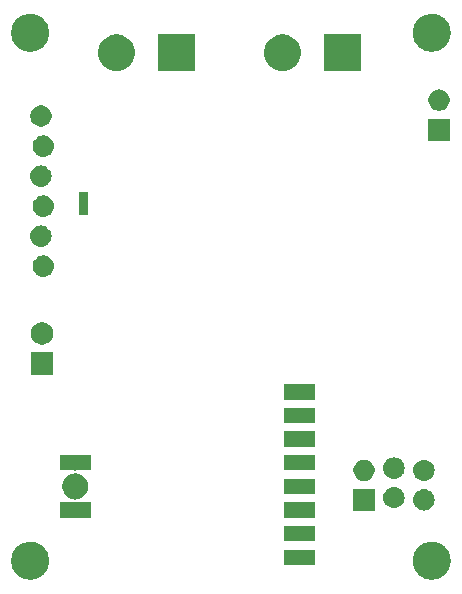
<source format=gbr>
G04 #@! TF.GenerationSoftware,KiCad,Pcbnew,(5.1.4)-1*
G04 #@! TF.CreationDate,2020-02-18T11:24:00+01:00*
G04 #@! TF.ProjectId,HB-UNI-Sen-TEMP-MAX6675,48422d55-4e49-42d5-9365-6e2d54454d50,rev?*
G04 #@! TF.SameCoordinates,Original*
G04 #@! TF.FileFunction,Soldermask,Bot*
G04 #@! TF.FilePolarity,Negative*
%FSLAX46Y46*%
G04 Gerber Fmt 4.6, Leading zero omitted, Abs format (unit mm)*
G04 Created by KiCad (PCBNEW (5.1.4)-1) date 2020-02-18 11:24:00*
%MOMM*%
%LPD*%
G04 APERTURE LIST*
%ADD10C,1.000000*%
%ADD11C,0.100000*%
G04 APERTURE END LIST*
D10*
X179300000Y-72900000D02*
G75*
G03X179300000Y-72900000I-1116356J0D01*
G01*
X145300000Y-72900000D02*
G75*
G03X145300000Y-72900000I-1116356J0D01*
G01*
X179300000Y-117600000D02*
G75*
G03X179300000Y-117600000I-1116356J0D01*
G01*
X145300000Y-117600000D02*
G75*
G03X145300000Y-117600000I-1116356J0D01*
G01*
D11*
G36*
X178414794Y-116520155D02*
G01*
X178521150Y-116541311D01*
X178721520Y-116624307D01*
X178901844Y-116744795D01*
X179055205Y-116898156D01*
X179175693Y-117078480D01*
X179175693Y-117078481D01*
X179258689Y-117278850D01*
X179301000Y-117491561D01*
X179301000Y-117708439D01*
X179258689Y-117921150D01*
X179217191Y-118021334D01*
X179175693Y-118121520D01*
X179055205Y-118301844D01*
X178901844Y-118455205D01*
X178721520Y-118575693D01*
X178621334Y-118617191D01*
X178521150Y-118658689D01*
X178414795Y-118679844D01*
X178308440Y-118701000D01*
X178091560Y-118701000D01*
X177985205Y-118679844D01*
X177878850Y-118658689D01*
X177778666Y-118617191D01*
X177678480Y-118575693D01*
X177498156Y-118455205D01*
X177344795Y-118301844D01*
X177224307Y-118121520D01*
X177182809Y-118021334D01*
X177141311Y-117921150D01*
X177099000Y-117708439D01*
X177099000Y-117491561D01*
X177141311Y-117278850D01*
X177224307Y-117078481D01*
X177224307Y-117078480D01*
X177344795Y-116898156D01*
X177498156Y-116744795D01*
X177678480Y-116624307D01*
X177878850Y-116541311D01*
X177985206Y-116520155D01*
X178091560Y-116499000D01*
X178308440Y-116499000D01*
X178414794Y-116520155D01*
X178414794Y-116520155D01*
G37*
G36*
X144414794Y-116520155D02*
G01*
X144521150Y-116541311D01*
X144721520Y-116624307D01*
X144901844Y-116744795D01*
X145055205Y-116898156D01*
X145175693Y-117078480D01*
X145175693Y-117078481D01*
X145258689Y-117278850D01*
X145301000Y-117491561D01*
X145301000Y-117708439D01*
X145258689Y-117921150D01*
X145217191Y-118021334D01*
X145175693Y-118121520D01*
X145055205Y-118301844D01*
X144901844Y-118455205D01*
X144721520Y-118575693D01*
X144621334Y-118617191D01*
X144521150Y-118658689D01*
X144414795Y-118679844D01*
X144308440Y-118701000D01*
X144091560Y-118701000D01*
X143985205Y-118679844D01*
X143878850Y-118658689D01*
X143778666Y-118617191D01*
X143678480Y-118575693D01*
X143498156Y-118455205D01*
X143344795Y-118301844D01*
X143224307Y-118121520D01*
X143182809Y-118021334D01*
X143141311Y-117921150D01*
X143099000Y-117708439D01*
X143099000Y-117491561D01*
X143141311Y-117278850D01*
X143224307Y-117078481D01*
X143224307Y-117078480D01*
X143344795Y-116898156D01*
X143498156Y-116744795D01*
X143678480Y-116624307D01*
X143878850Y-116541311D01*
X143985206Y-116520155D01*
X144091560Y-116499000D01*
X144308440Y-116499000D01*
X144414794Y-116520155D01*
X144414794Y-116520155D01*
G37*
G36*
X168313000Y-117951000D02*
G01*
X165687000Y-117951000D01*
X165687000Y-116649000D01*
X168313000Y-116649000D01*
X168313000Y-117951000D01*
X168313000Y-117951000D01*
G37*
G36*
X168313000Y-115951000D02*
G01*
X165687000Y-115951000D01*
X165687000Y-114649000D01*
X168313000Y-114649000D01*
X168313000Y-115951000D01*
X168313000Y-115951000D01*
G37*
G36*
X168313000Y-113951000D02*
G01*
X165687000Y-113951000D01*
X165687000Y-112649000D01*
X168313000Y-112649000D01*
X168313000Y-113951000D01*
X168313000Y-113951000D01*
G37*
G36*
X149313000Y-109951000D02*
G01*
X148130795Y-109951000D01*
X148106409Y-109953402D01*
X148082960Y-109960515D01*
X148061349Y-109972066D01*
X148042407Y-109987611D01*
X148026862Y-110006553D01*
X148015311Y-110028164D01*
X148008198Y-110051613D01*
X148005796Y-110075999D01*
X148008198Y-110100385D01*
X148015311Y-110123834D01*
X148026862Y-110145445D01*
X148042407Y-110164387D01*
X148061349Y-110179932D01*
X148082960Y-110191483D01*
X148106409Y-110198596D01*
X148215775Y-110220351D01*
X148321150Y-110241311D01*
X148421334Y-110282809D01*
X148521520Y-110324307D01*
X148701844Y-110444795D01*
X148855205Y-110598156D01*
X148975693Y-110778480D01*
X149058689Y-110978851D01*
X149101000Y-111191560D01*
X149101000Y-111408440D01*
X149058689Y-111621149D01*
X148975693Y-111821520D01*
X148855205Y-112001844D01*
X148701844Y-112155205D01*
X148521520Y-112275693D01*
X148421334Y-112317191D01*
X148321150Y-112358689D01*
X148215775Y-112379649D01*
X148106409Y-112401404D01*
X148082960Y-112408517D01*
X148061349Y-112420068D01*
X148042407Y-112435614D01*
X148026862Y-112454555D01*
X148015311Y-112476166D01*
X148008198Y-112499615D01*
X148005796Y-112524001D01*
X148008198Y-112548387D01*
X148015311Y-112571836D01*
X148026862Y-112593447D01*
X148042408Y-112612389D01*
X148061349Y-112627934D01*
X148082960Y-112639485D01*
X148106409Y-112646598D01*
X148130795Y-112649000D01*
X149313000Y-112649000D01*
X149313000Y-113951000D01*
X146687000Y-113951000D01*
X146687000Y-112649000D01*
X147869205Y-112649000D01*
X147893591Y-112646598D01*
X147917040Y-112639485D01*
X147938651Y-112627934D01*
X147957593Y-112612389D01*
X147973138Y-112593447D01*
X147984689Y-112571836D01*
X147991802Y-112548387D01*
X147994204Y-112524001D01*
X147991802Y-112499615D01*
X147984689Y-112476166D01*
X147973138Y-112454555D01*
X147957593Y-112435613D01*
X147938651Y-112420068D01*
X147917040Y-112408517D01*
X147893591Y-112401404D01*
X147784225Y-112379649D01*
X147678850Y-112358689D01*
X147578666Y-112317191D01*
X147478480Y-112275693D01*
X147298156Y-112155205D01*
X147144795Y-112001844D01*
X147024307Y-111821520D01*
X146941311Y-111621149D01*
X146899000Y-111408440D01*
X146899000Y-111191560D01*
X146941311Y-110978851D01*
X147024307Y-110778480D01*
X147144795Y-110598156D01*
X147298156Y-110444795D01*
X147478480Y-110324307D01*
X147678850Y-110241311D01*
X147784225Y-110220351D01*
X147893591Y-110198596D01*
X147917040Y-110191483D01*
X147938651Y-110179932D01*
X147957593Y-110164386D01*
X147973138Y-110145445D01*
X147984689Y-110123834D01*
X147991802Y-110100385D01*
X147994204Y-110075999D01*
X147991802Y-110051613D01*
X147984689Y-110028164D01*
X147973138Y-110006553D01*
X147957592Y-109987611D01*
X147938651Y-109972066D01*
X147917040Y-109960515D01*
X147893591Y-109953402D01*
X147869205Y-109951000D01*
X146687000Y-109951000D01*
X146687000Y-108649000D01*
X149313000Y-108649000D01*
X149313000Y-109951000D01*
X149313000Y-109951000D01*
G37*
G36*
X177640443Y-111555519D02*
G01*
X177706627Y-111562037D01*
X177876466Y-111613557D01*
X177876468Y-111613558D01*
X177954728Y-111655389D01*
X178032991Y-111697222D01*
X178068729Y-111726552D01*
X178170186Y-111809814D01*
X178247097Y-111903532D01*
X178282778Y-111947009D01*
X178282779Y-111947011D01*
X178350322Y-112073373D01*
X178366443Y-112103534D01*
X178417963Y-112273373D01*
X178435359Y-112450000D01*
X178417963Y-112626627D01*
X178366443Y-112796466D01*
X178282778Y-112952991D01*
X178253448Y-112988729D01*
X178170186Y-113090186D01*
X178068729Y-113173448D01*
X178032991Y-113202778D01*
X177876466Y-113286443D01*
X177706627Y-113337963D01*
X177640443Y-113344481D01*
X177574260Y-113351000D01*
X177485740Y-113351000D01*
X177419557Y-113344481D01*
X177353373Y-113337963D01*
X177183534Y-113286443D01*
X177027009Y-113202778D01*
X176991271Y-113173448D01*
X176889814Y-113090186D01*
X176806552Y-112988729D01*
X176777222Y-112952991D01*
X176693557Y-112796466D01*
X176642037Y-112626627D01*
X176624641Y-112450000D01*
X176642037Y-112273373D01*
X176693557Y-112103534D01*
X176709679Y-112073373D01*
X176777221Y-111947011D01*
X176777222Y-111947009D01*
X176812903Y-111903532D01*
X176889814Y-111809814D01*
X176991271Y-111726552D01*
X177027009Y-111697222D01*
X177105272Y-111655389D01*
X177183532Y-111613558D01*
X177183534Y-111613557D01*
X177353373Y-111562037D01*
X177419557Y-111555519D01*
X177485740Y-111549000D01*
X177574260Y-111549000D01*
X177640443Y-111555519D01*
X177640443Y-111555519D01*
G37*
G36*
X173351000Y-113351000D02*
G01*
X171549000Y-113351000D01*
X171549000Y-111549000D01*
X173351000Y-111549000D01*
X173351000Y-113351000D01*
X173351000Y-113351000D01*
G37*
G36*
X175100442Y-111355518D02*
G01*
X175166627Y-111362037D01*
X175336466Y-111413557D01*
X175492991Y-111497222D01*
X175528729Y-111526552D01*
X175630186Y-111609814D01*
X175701918Y-111697221D01*
X175742778Y-111747009D01*
X175826443Y-111903534D01*
X175877963Y-112073373D01*
X175895359Y-112250000D01*
X175877963Y-112426627D01*
X175826443Y-112596466D01*
X175826442Y-112596468D01*
X175809623Y-112627934D01*
X175742778Y-112752991D01*
X175713448Y-112788729D01*
X175630186Y-112890186D01*
X175528729Y-112973448D01*
X175492991Y-113002778D01*
X175336466Y-113086443D01*
X175166627Y-113137963D01*
X175100442Y-113144482D01*
X175034260Y-113151000D01*
X174945740Y-113151000D01*
X174879558Y-113144482D01*
X174813373Y-113137963D01*
X174643534Y-113086443D01*
X174487009Y-113002778D01*
X174451271Y-112973448D01*
X174349814Y-112890186D01*
X174266552Y-112788729D01*
X174237222Y-112752991D01*
X174170377Y-112627934D01*
X174153558Y-112596468D01*
X174153557Y-112596466D01*
X174102037Y-112426627D01*
X174084641Y-112250000D01*
X174102037Y-112073373D01*
X174153557Y-111903534D01*
X174237222Y-111747009D01*
X174278082Y-111697221D01*
X174349814Y-111609814D01*
X174451271Y-111526552D01*
X174487009Y-111497222D01*
X174643534Y-111413557D01*
X174813373Y-111362037D01*
X174879558Y-111355518D01*
X174945740Y-111349000D01*
X175034260Y-111349000D01*
X175100442Y-111355518D01*
X175100442Y-111355518D01*
G37*
G36*
X168313000Y-111951000D02*
G01*
X165687000Y-111951000D01*
X165687000Y-110649000D01*
X168313000Y-110649000D01*
X168313000Y-111951000D01*
X168313000Y-111951000D01*
G37*
G36*
X177640443Y-109055519D02*
G01*
X177706627Y-109062037D01*
X177876466Y-109113557D01*
X178032991Y-109197222D01*
X178068729Y-109226552D01*
X178170186Y-109309814D01*
X178247097Y-109403532D01*
X178282778Y-109447009D01*
X178282779Y-109447011D01*
X178350322Y-109573373D01*
X178366443Y-109603534D01*
X178417963Y-109773373D01*
X178435359Y-109950000D01*
X178417963Y-110126627D01*
X178366443Y-110296466D01*
X178282778Y-110452991D01*
X178253448Y-110488729D01*
X178170186Y-110590186D01*
X178068729Y-110673448D01*
X178032991Y-110702778D01*
X177876466Y-110786443D01*
X177706627Y-110837963D01*
X177640443Y-110844481D01*
X177574260Y-110851000D01*
X177485740Y-110851000D01*
X177419557Y-110844481D01*
X177353373Y-110837963D01*
X177183534Y-110786443D01*
X177027009Y-110702778D01*
X176991271Y-110673448D01*
X176889814Y-110590186D01*
X176806552Y-110488729D01*
X176777222Y-110452991D01*
X176693557Y-110296466D01*
X176642037Y-110126627D01*
X176624641Y-109950000D01*
X176642037Y-109773373D01*
X176693557Y-109603534D01*
X176709679Y-109573373D01*
X176777221Y-109447011D01*
X176777222Y-109447009D01*
X176812903Y-109403532D01*
X176889814Y-109309814D01*
X176991271Y-109226552D01*
X177027009Y-109197222D01*
X177183534Y-109113557D01*
X177353373Y-109062037D01*
X177419557Y-109055519D01*
X177485740Y-109049000D01*
X177574260Y-109049000D01*
X177640443Y-109055519D01*
X177640443Y-109055519D01*
G37*
G36*
X172563512Y-109053927D02*
G01*
X172712812Y-109083624D01*
X172876784Y-109151544D01*
X173024354Y-109250147D01*
X173149853Y-109375646D01*
X173248456Y-109523216D01*
X173316376Y-109687188D01*
X173351000Y-109861259D01*
X173351000Y-110038741D01*
X173316376Y-110212812D01*
X173248456Y-110376784D01*
X173149853Y-110524354D01*
X173024354Y-110649853D01*
X172876784Y-110748456D01*
X172712812Y-110816376D01*
X172563512Y-110846073D01*
X172538742Y-110851000D01*
X172361258Y-110851000D01*
X172336488Y-110846073D01*
X172187188Y-110816376D01*
X172023216Y-110748456D01*
X171875646Y-110649853D01*
X171750147Y-110524354D01*
X171651544Y-110376784D01*
X171583624Y-110212812D01*
X171549000Y-110038741D01*
X171549000Y-109861259D01*
X171583624Y-109687188D01*
X171651544Y-109523216D01*
X171750147Y-109375646D01*
X171875646Y-109250147D01*
X172023216Y-109151544D01*
X172187188Y-109083624D01*
X172336488Y-109053927D01*
X172361258Y-109049000D01*
X172538742Y-109049000D01*
X172563512Y-109053927D01*
X172563512Y-109053927D01*
G37*
G36*
X175100442Y-108855518D02*
G01*
X175166627Y-108862037D01*
X175336466Y-108913557D01*
X175492991Y-108997222D01*
X175528729Y-109026552D01*
X175630186Y-109109814D01*
X175701918Y-109197221D01*
X175742778Y-109247009D01*
X175826443Y-109403534D01*
X175877963Y-109573373D01*
X175895359Y-109750000D01*
X175877963Y-109926627D01*
X175826443Y-110096466D01*
X175826442Y-110096468D01*
X175800263Y-110145445D01*
X175742778Y-110252991D01*
X175713448Y-110288729D01*
X175630186Y-110390186D01*
X175528729Y-110473448D01*
X175492991Y-110502778D01*
X175336466Y-110586443D01*
X175166627Y-110637963D01*
X175100442Y-110644482D01*
X175034260Y-110651000D01*
X174945740Y-110651000D01*
X174879558Y-110644482D01*
X174813373Y-110637963D01*
X174643534Y-110586443D01*
X174487009Y-110502778D01*
X174451271Y-110473448D01*
X174349814Y-110390186D01*
X174266552Y-110288729D01*
X174237222Y-110252991D01*
X174179737Y-110145445D01*
X174153558Y-110096468D01*
X174153557Y-110096466D01*
X174102037Y-109926627D01*
X174084641Y-109750000D01*
X174102037Y-109573373D01*
X174153557Y-109403534D01*
X174237222Y-109247009D01*
X174278082Y-109197221D01*
X174349814Y-109109814D01*
X174451271Y-109026552D01*
X174487009Y-108997222D01*
X174643534Y-108913557D01*
X174813373Y-108862037D01*
X174879558Y-108855518D01*
X174945740Y-108849000D01*
X175034260Y-108849000D01*
X175100442Y-108855518D01*
X175100442Y-108855518D01*
G37*
G36*
X168313000Y-109951000D02*
G01*
X165687000Y-109951000D01*
X165687000Y-108649000D01*
X168313000Y-108649000D01*
X168313000Y-109951000D01*
X168313000Y-109951000D01*
G37*
G36*
X168313000Y-107951000D02*
G01*
X165687000Y-107951000D01*
X165687000Y-106649000D01*
X168313000Y-106649000D01*
X168313000Y-107951000D01*
X168313000Y-107951000D01*
G37*
G36*
X168313000Y-105951000D02*
G01*
X165687000Y-105951000D01*
X165687000Y-104649000D01*
X168313000Y-104649000D01*
X168313000Y-105951000D01*
X168313000Y-105951000D01*
G37*
G36*
X168313000Y-103951000D02*
G01*
X165687000Y-103951000D01*
X165687000Y-102649000D01*
X168313000Y-102649000D01*
X168313000Y-103951000D01*
X168313000Y-103951000D01*
G37*
G36*
X146151000Y-101841000D02*
G01*
X144249000Y-101841000D01*
X144249000Y-99939000D01*
X146151000Y-99939000D01*
X146151000Y-101841000D01*
X146151000Y-101841000D01*
G37*
G36*
X145477395Y-97435546D02*
G01*
X145650466Y-97507234D01*
X145650467Y-97507235D01*
X145806227Y-97611310D01*
X145938690Y-97743773D01*
X145938691Y-97743775D01*
X146042766Y-97899534D01*
X146114454Y-98072605D01*
X146151000Y-98256333D01*
X146151000Y-98443667D01*
X146114454Y-98627395D01*
X146042766Y-98800466D01*
X146042765Y-98800467D01*
X145938690Y-98956227D01*
X145806227Y-99088690D01*
X145727818Y-99141081D01*
X145650466Y-99192766D01*
X145477395Y-99264454D01*
X145293667Y-99301000D01*
X145106333Y-99301000D01*
X144922605Y-99264454D01*
X144749534Y-99192766D01*
X144672182Y-99141081D01*
X144593773Y-99088690D01*
X144461310Y-98956227D01*
X144357235Y-98800467D01*
X144357234Y-98800466D01*
X144285546Y-98627395D01*
X144249000Y-98443667D01*
X144249000Y-98256333D01*
X144285546Y-98072605D01*
X144357234Y-97899534D01*
X144461309Y-97743775D01*
X144461310Y-97743773D01*
X144593773Y-97611310D01*
X144749533Y-97507235D01*
X144749534Y-97507234D01*
X144922605Y-97435546D01*
X145106333Y-97399000D01*
X145293667Y-97399000D01*
X145477395Y-97435546D01*
X145477395Y-97435546D01*
G37*
G36*
X145410442Y-91755518D02*
G01*
X145476627Y-91762037D01*
X145646466Y-91813557D01*
X145802991Y-91897222D01*
X145838729Y-91926552D01*
X145940186Y-92009814D01*
X146023448Y-92111271D01*
X146052778Y-92147009D01*
X146136443Y-92303534D01*
X146187963Y-92473373D01*
X146205359Y-92650000D01*
X146187963Y-92826627D01*
X146136443Y-92996466D01*
X146052778Y-93152991D01*
X146023448Y-93188729D01*
X145940186Y-93290186D01*
X145838729Y-93373448D01*
X145802991Y-93402778D01*
X145646466Y-93486443D01*
X145476627Y-93537963D01*
X145410442Y-93544482D01*
X145344260Y-93551000D01*
X145255740Y-93551000D01*
X145189558Y-93544482D01*
X145123373Y-93537963D01*
X144953534Y-93486443D01*
X144797009Y-93402778D01*
X144761271Y-93373448D01*
X144659814Y-93290186D01*
X144576552Y-93188729D01*
X144547222Y-93152991D01*
X144463557Y-92996466D01*
X144412037Y-92826627D01*
X144394641Y-92650000D01*
X144412037Y-92473373D01*
X144463557Y-92303534D01*
X144547222Y-92147009D01*
X144576552Y-92111271D01*
X144659814Y-92009814D01*
X144761271Y-91926552D01*
X144797009Y-91897222D01*
X144953534Y-91813557D01*
X145123373Y-91762037D01*
X145189558Y-91755518D01*
X145255740Y-91749000D01*
X145344260Y-91749000D01*
X145410442Y-91755518D01*
X145410442Y-91755518D01*
G37*
G36*
X145210442Y-89215518D02*
G01*
X145276627Y-89222037D01*
X145446466Y-89273557D01*
X145602991Y-89357222D01*
X145638729Y-89386552D01*
X145740186Y-89469814D01*
X145823448Y-89571271D01*
X145852778Y-89607009D01*
X145936443Y-89763534D01*
X145987963Y-89933373D01*
X146005359Y-90110000D01*
X145987963Y-90286627D01*
X145936443Y-90456466D01*
X145852778Y-90612991D01*
X145823448Y-90648729D01*
X145740186Y-90750186D01*
X145638729Y-90833448D01*
X145602991Y-90862778D01*
X145446466Y-90946443D01*
X145276627Y-90997963D01*
X145210442Y-91004482D01*
X145144260Y-91011000D01*
X145055740Y-91011000D01*
X144989558Y-91004482D01*
X144923373Y-90997963D01*
X144753534Y-90946443D01*
X144597009Y-90862778D01*
X144561271Y-90833448D01*
X144459814Y-90750186D01*
X144376552Y-90648729D01*
X144347222Y-90612991D01*
X144263557Y-90456466D01*
X144212037Y-90286627D01*
X144194641Y-90110000D01*
X144212037Y-89933373D01*
X144263557Y-89763534D01*
X144347222Y-89607009D01*
X144376552Y-89571271D01*
X144459814Y-89469814D01*
X144561271Y-89386552D01*
X144597009Y-89357222D01*
X144753534Y-89273557D01*
X144923373Y-89222037D01*
X144989558Y-89215518D01*
X145055740Y-89209000D01*
X145144260Y-89209000D01*
X145210442Y-89215518D01*
X145210442Y-89215518D01*
G37*
G36*
X145410443Y-86675519D02*
G01*
X145476627Y-86682037D01*
X145646466Y-86733557D01*
X145802991Y-86817222D01*
X145838729Y-86846552D01*
X145940186Y-86929814D01*
X146023448Y-87031271D01*
X146052778Y-87067009D01*
X146136443Y-87223534D01*
X146187963Y-87393373D01*
X146205359Y-87570000D01*
X146187963Y-87746627D01*
X146136443Y-87916466D01*
X146052778Y-88072991D01*
X146023448Y-88108729D01*
X145940186Y-88210186D01*
X145838729Y-88293448D01*
X145802991Y-88322778D01*
X145646466Y-88406443D01*
X145476627Y-88457963D01*
X145410443Y-88464481D01*
X145344260Y-88471000D01*
X145255740Y-88471000D01*
X145189557Y-88464481D01*
X145123373Y-88457963D01*
X144953534Y-88406443D01*
X144797009Y-88322778D01*
X144761271Y-88293448D01*
X144659814Y-88210186D01*
X144576552Y-88108729D01*
X144547222Y-88072991D01*
X144463557Y-87916466D01*
X144412037Y-87746627D01*
X144394641Y-87570000D01*
X144412037Y-87393373D01*
X144463557Y-87223534D01*
X144547222Y-87067009D01*
X144576552Y-87031271D01*
X144659814Y-86929814D01*
X144761271Y-86846552D01*
X144797009Y-86817222D01*
X144953534Y-86733557D01*
X145123373Y-86682037D01*
X145189557Y-86675519D01*
X145255740Y-86669000D01*
X145344260Y-86669000D01*
X145410443Y-86675519D01*
X145410443Y-86675519D01*
G37*
G36*
X149051000Y-88331000D02*
G01*
X148349000Y-88331000D01*
X148349000Y-86369000D01*
X149051000Y-86369000D01*
X149051000Y-88331000D01*
X149051000Y-88331000D01*
G37*
G36*
X145210442Y-84135518D02*
G01*
X145276627Y-84142037D01*
X145446466Y-84193557D01*
X145602991Y-84277222D01*
X145638729Y-84306552D01*
X145740186Y-84389814D01*
X145823448Y-84491271D01*
X145852778Y-84527009D01*
X145936443Y-84683534D01*
X145987963Y-84853373D01*
X146005359Y-85030000D01*
X145987963Y-85206627D01*
X145936443Y-85376466D01*
X145852778Y-85532991D01*
X145823448Y-85568729D01*
X145740186Y-85670186D01*
X145638729Y-85753448D01*
X145602991Y-85782778D01*
X145446466Y-85866443D01*
X145276627Y-85917963D01*
X145210443Y-85924481D01*
X145144260Y-85931000D01*
X145055740Y-85931000D01*
X144989557Y-85924481D01*
X144923373Y-85917963D01*
X144753534Y-85866443D01*
X144597009Y-85782778D01*
X144561271Y-85753448D01*
X144459814Y-85670186D01*
X144376552Y-85568729D01*
X144347222Y-85532991D01*
X144263557Y-85376466D01*
X144212037Y-85206627D01*
X144194641Y-85030000D01*
X144212037Y-84853373D01*
X144263557Y-84683534D01*
X144347222Y-84527009D01*
X144376552Y-84491271D01*
X144459814Y-84389814D01*
X144561271Y-84306552D01*
X144597009Y-84277222D01*
X144753534Y-84193557D01*
X144923373Y-84142037D01*
X144989558Y-84135518D01*
X145055740Y-84129000D01*
X145144260Y-84129000D01*
X145210442Y-84135518D01*
X145210442Y-84135518D01*
G37*
G36*
X145410443Y-81595519D02*
G01*
X145476627Y-81602037D01*
X145646466Y-81653557D01*
X145802991Y-81737222D01*
X145838729Y-81766552D01*
X145940186Y-81849814D01*
X146023448Y-81951271D01*
X146052778Y-81987009D01*
X146136443Y-82143534D01*
X146187963Y-82313373D01*
X146205359Y-82490000D01*
X146187963Y-82666627D01*
X146136443Y-82836466D01*
X146052778Y-82992991D01*
X146023448Y-83028729D01*
X145940186Y-83130186D01*
X145838729Y-83213448D01*
X145802991Y-83242778D01*
X145646466Y-83326443D01*
X145476627Y-83377963D01*
X145410442Y-83384482D01*
X145344260Y-83391000D01*
X145255740Y-83391000D01*
X145189558Y-83384482D01*
X145123373Y-83377963D01*
X144953534Y-83326443D01*
X144797009Y-83242778D01*
X144761271Y-83213448D01*
X144659814Y-83130186D01*
X144576552Y-83028729D01*
X144547222Y-82992991D01*
X144463557Y-82836466D01*
X144412037Y-82666627D01*
X144394641Y-82490000D01*
X144412037Y-82313373D01*
X144463557Y-82143534D01*
X144547222Y-81987009D01*
X144576552Y-81951271D01*
X144659814Y-81849814D01*
X144761271Y-81766552D01*
X144797009Y-81737222D01*
X144953534Y-81653557D01*
X145123373Y-81602037D01*
X145189557Y-81595519D01*
X145255740Y-81589000D01*
X145344260Y-81589000D01*
X145410443Y-81595519D01*
X145410443Y-81595519D01*
G37*
G36*
X179701000Y-82041000D02*
G01*
X177899000Y-82041000D01*
X177899000Y-80239000D01*
X179701000Y-80239000D01*
X179701000Y-82041000D01*
X179701000Y-82041000D01*
G37*
G36*
X145213512Y-79053927D02*
G01*
X145362812Y-79083624D01*
X145526784Y-79151544D01*
X145674354Y-79250147D01*
X145799853Y-79375646D01*
X145898456Y-79523216D01*
X145966376Y-79687188D01*
X146001000Y-79861259D01*
X146001000Y-80038741D01*
X145966376Y-80212812D01*
X145898456Y-80376784D01*
X145799853Y-80524354D01*
X145674354Y-80649853D01*
X145526784Y-80748456D01*
X145362812Y-80816376D01*
X145213512Y-80846073D01*
X145188742Y-80851000D01*
X145011258Y-80851000D01*
X144986488Y-80846073D01*
X144837188Y-80816376D01*
X144673216Y-80748456D01*
X144525646Y-80649853D01*
X144400147Y-80524354D01*
X144301544Y-80376784D01*
X144233624Y-80212812D01*
X144199000Y-80038741D01*
X144199000Y-79861259D01*
X144233624Y-79687188D01*
X144301544Y-79523216D01*
X144400147Y-79375646D01*
X144525646Y-79250147D01*
X144673216Y-79151544D01*
X144837188Y-79083624D01*
X144986488Y-79053927D01*
X145011258Y-79049000D01*
X145188742Y-79049000D01*
X145213512Y-79053927D01*
X145213512Y-79053927D01*
G37*
G36*
X178913512Y-77703927D02*
G01*
X179062812Y-77733624D01*
X179226784Y-77801544D01*
X179374354Y-77900147D01*
X179499853Y-78025646D01*
X179598456Y-78173216D01*
X179666376Y-78337188D01*
X179701000Y-78511259D01*
X179701000Y-78688741D01*
X179666376Y-78862812D01*
X179598456Y-79026784D01*
X179499853Y-79174354D01*
X179374354Y-79299853D01*
X179226784Y-79398456D01*
X179062812Y-79466376D01*
X178913512Y-79496073D01*
X178888742Y-79501000D01*
X178711258Y-79501000D01*
X178686488Y-79496073D01*
X178537188Y-79466376D01*
X178373216Y-79398456D01*
X178225646Y-79299853D01*
X178100147Y-79174354D01*
X178001544Y-79026784D01*
X177933624Y-78862812D01*
X177899000Y-78688741D01*
X177899000Y-78511259D01*
X177933624Y-78337188D01*
X178001544Y-78173216D01*
X178100147Y-78025646D01*
X178225646Y-77900147D01*
X178373216Y-77801544D01*
X178537188Y-77733624D01*
X178686488Y-77703927D01*
X178711258Y-77699000D01*
X178888742Y-77699000D01*
X178913512Y-77703927D01*
X178913512Y-77703927D01*
G37*
G36*
X158141000Y-76141000D02*
G01*
X155039000Y-76141000D01*
X155039000Y-73039000D01*
X158141000Y-73039000D01*
X158141000Y-76141000D01*
X158141000Y-76141000D01*
G37*
G36*
X151812585Y-73068802D02*
G01*
X151962410Y-73098604D01*
X152244674Y-73215521D01*
X152498705Y-73385259D01*
X152714741Y-73601295D01*
X152884479Y-73855326D01*
X153001396Y-74137590D01*
X153061000Y-74437240D01*
X153061000Y-74742760D01*
X153001396Y-75042410D01*
X152884479Y-75324674D01*
X152714741Y-75578705D01*
X152498705Y-75794741D01*
X152244674Y-75964479D01*
X151962410Y-76081396D01*
X151812585Y-76111198D01*
X151662761Y-76141000D01*
X151357239Y-76141000D01*
X151207415Y-76111198D01*
X151057590Y-76081396D01*
X150775326Y-75964479D01*
X150521295Y-75794741D01*
X150305259Y-75578705D01*
X150135521Y-75324674D01*
X150018604Y-75042410D01*
X149959000Y-74742760D01*
X149959000Y-74437240D01*
X150018604Y-74137590D01*
X150135521Y-73855326D01*
X150305259Y-73601295D01*
X150521295Y-73385259D01*
X150775326Y-73215521D01*
X151057590Y-73098604D01*
X151207415Y-73068802D01*
X151357239Y-73039000D01*
X151662761Y-73039000D01*
X151812585Y-73068802D01*
X151812585Y-73068802D01*
G37*
G36*
X172201000Y-76141000D02*
G01*
X169099000Y-76141000D01*
X169099000Y-73039000D01*
X172201000Y-73039000D01*
X172201000Y-76141000D01*
X172201000Y-76141000D01*
G37*
G36*
X165872585Y-73068802D02*
G01*
X166022410Y-73098604D01*
X166304674Y-73215521D01*
X166558705Y-73385259D01*
X166774741Y-73601295D01*
X166944479Y-73855326D01*
X167061396Y-74137590D01*
X167121000Y-74437240D01*
X167121000Y-74742760D01*
X167061396Y-75042410D01*
X166944479Y-75324674D01*
X166774741Y-75578705D01*
X166558705Y-75794741D01*
X166304674Y-75964479D01*
X166022410Y-76081396D01*
X165872585Y-76111198D01*
X165722761Y-76141000D01*
X165417239Y-76141000D01*
X165267415Y-76111198D01*
X165117590Y-76081396D01*
X164835326Y-75964479D01*
X164581295Y-75794741D01*
X164365259Y-75578705D01*
X164195521Y-75324674D01*
X164078604Y-75042410D01*
X164019000Y-74742760D01*
X164019000Y-74437240D01*
X164078604Y-74137590D01*
X164195521Y-73855326D01*
X164365259Y-73601295D01*
X164581295Y-73385259D01*
X164835326Y-73215521D01*
X165117590Y-73098604D01*
X165267415Y-73068802D01*
X165417239Y-73039000D01*
X165722761Y-73039000D01*
X165872585Y-73068802D01*
X165872585Y-73068802D01*
G37*
G36*
X144414794Y-71820155D02*
G01*
X144521150Y-71841311D01*
X144721520Y-71924307D01*
X144901844Y-72044795D01*
X145055205Y-72198156D01*
X145175693Y-72378480D01*
X145175693Y-72378481D01*
X145258689Y-72578850D01*
X145301000Y-72791561D01*
X145301000Y-73008439D01*
X145259809Y-73215521D01*
X145258689Y-73221149D01*
X145175693Y-73421520D01*
X145055205Y-73601844D01*
X144901844Y-73755205D01*
X144721520Y-73875693D01*
X144521150Y-73958689D01*
X144414795Y-73979844D01*
X144308440Y-74001000D01*
X144091560Y-74001000D01*
X143985205Y-73979844D01*
X143878850Y-73958689D01*
X143778666Y-73917191D01*
X143678480Y-73875693D01*
X143498156Y-73755205D01*
X143344795Y-73601844D01*
X143224307Y-73421520D01*
X143141311Y-73221149D01*
X143140192Y-73215521D01*
X143099000Y-73008439D01*
X143099000Y-72791561D01*
X143141311Y-72578850D01*
X143224307Y-72378481D01*
X143224307Y-72378480D01*
X143344795Y-72198156D01*
X143498156Y-72044795D01*
X143678480Y-71924307D01*
X143778666Y-71882809D01*
X143878850Y-71841311D01*
X143985206Y-71820155D01*
X144091560Y-71799000D01*
X144308440Y-71799000D01*
X144414794Y-71820155D01*
X144414794Y-71820155D01*
G37*
G36*
X178414794Y-71820155D02*
G01*
X178521150Y-71841311D01*
X178721520Y-71924307D01*
X178901844Y-72044795D01*
X179055205Y-72198156D01*
X179175693Y-72378480D01*
X179175693Y-72378481D01*
X179258689Y-72578850D01*
X179301000Y-72791561D01*
X179301000Y-73008439D01*
X179259809Y-73215521D01*
X179258689Y-73221149D01*
X179175693Y-73421520D01*
X179055205Y-73601844D01*
X178901844Y-73755205D01*
X178721520Y-73875693D01*
X178521150Y-73958689D01*
X178414795Y-73979844D01*
X178308440Y-74001000D01*
X178091560Y-74001000D01*
X177985205Y-73979844D01*
X177878850Y-73958689D01*
X177778666Y-73917191D01*
X177678480Y-73875693D01*
X177498156Y-73755205D01*
X177344795Y-73601844D01*
X177224307Y-73421520D01*
X177141311Y-73221149D01*
X177140192Y-73215521D01*
X177099000Y-73008439D01*
X177099000Y-72791561D01*
X177141311Y-72578850D01*
X177224307Y-72378481D01*
X177224307Y-72378480D01*
X177344795Y-72198156D01*
X177498156Y-72044795D01*
X177678480Y-71924307D01*
X177778666Y-71882809D01*
X177878850Y-71841311D01*
X177985205Y-71820156D01*
X178091560Y-71799000D01*
X178308440Y-71799000D01*
X178414794Y-71820155D01*
X178414794Y-71820155D01*
G37*
M02*

</source>
